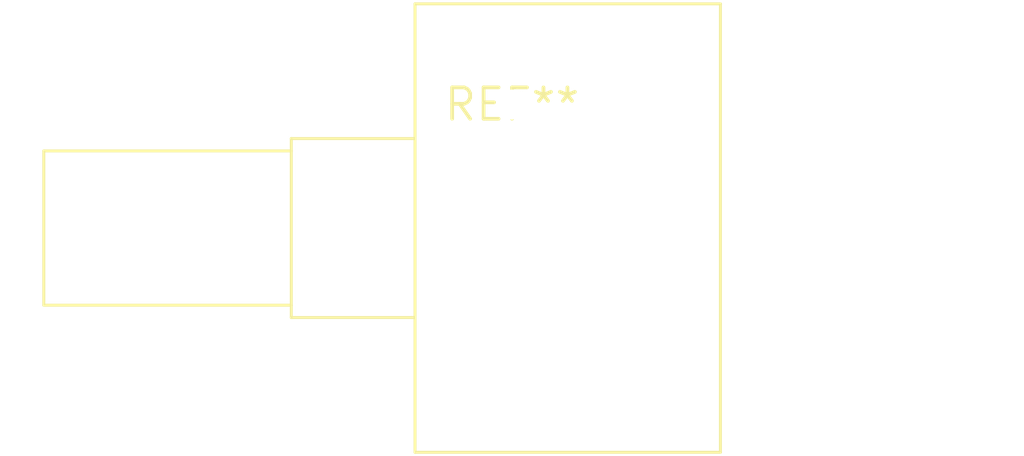
<source format=kicad_pcb>
(kicad_pcb (version 20240108) (generator pcbnew)
  (layers (0 "F.Cu" signal) (31 "B.Cu" signal) (34 "B.Paste" user) (35 "F.Paste" user) (36 "B.SilkS" user "B.Silkscreen") (37 "F.SilkS" user "F.Silkscreen") (38 "B.Mask" user) (39 "F.Mask" user) (44 "Edge.Cuts" user))
  (net 0 "")
  (footprint "Potentiometer_Alps_RK163_Dual_Horizontal" (layer "F.Cu") (at 0 0)
    (property "Reference" "REF**")
    (property "Value" "Potentiometer_Alps_RK163_Dual_Horizontal")
    (fp_line (start -18.92 8.12) (end -18.92 1.88) (layer "F.SilkS") (stroke (width 0.12)))
    (fp_line (start -8.92 1.88) (end -18.92 1.88) (layer "F.SilkS") (stroke (width 0.12)))
    (fp_line (start -8.92 8.12) (end -18.92 8.12) (layer "F.SilkS") (stroke (width 0.12)))
    (fp_line (start -8.92 8.62) (end -8.92 1.38) (layer "F.SilkS") (stroke (width 0.12)))
    (fp_line (start -3.92 1.38) (end -8.92 1.38) (layer "F.SilkS") (stroke (width 0.12)))
    (fp_line (start -3.92 8.62) (end -8.92 8.62) (layer "F.SilkS") (stroke (width 0.12)))
    (fp_line (start -3.92 14.07) (end -3.92 -4.07) (layer "F.SilkS") (stroke (width 0.12)))
    (fp_line (start 8.42 -4.07) (end -3.92 -4.07) (layer "F.SilkS") (stroke (width 0.12)))
    (fp_line (start 8.42 14.07) (end -3.92 14.07) (layer "F.SilkS") (stroke (width 0.12)))
    (fp_line (start 8.42 14.07) (end 8.42 -4.07) (layer "F.SilkS") (stroke (width 0.12)))
    (pad "1" thru_hole rect (at 0 0 180) (size 3 3) (drill 1.2) (layers *.Cu *.Mask) (remove_unused_layers))
    (pad "2" thru_hole circle (at 0 5 180) (size 3 3) (drill 1.2) (layers *.Cu *.Mask) (remove_unused_layers))
    (pad "3" thru_hole circle (at 0 10 180) (size 3 3) (drill 1.2) (layers *.Cu *.Mask) (remove_unused_layers))
    (pad "4" thru_hole circle (at 5 0 180) (size 3 3) (drill 1.2) (layers *.Cu *.Mask) (remove_unused_layers))
    (pad "5" thru_hole circle (at 5 5 180) (size 3 3) (drill 1.2) (layers *.Cu *.Mask) (remove_unused_layers))
    (pad "6" thru_hole circle (at 5 10 180) (size 3 3) (drill 1.2) (layers *.Cu *.Mask) (remove_unused_layers))
  )
)
</source>
